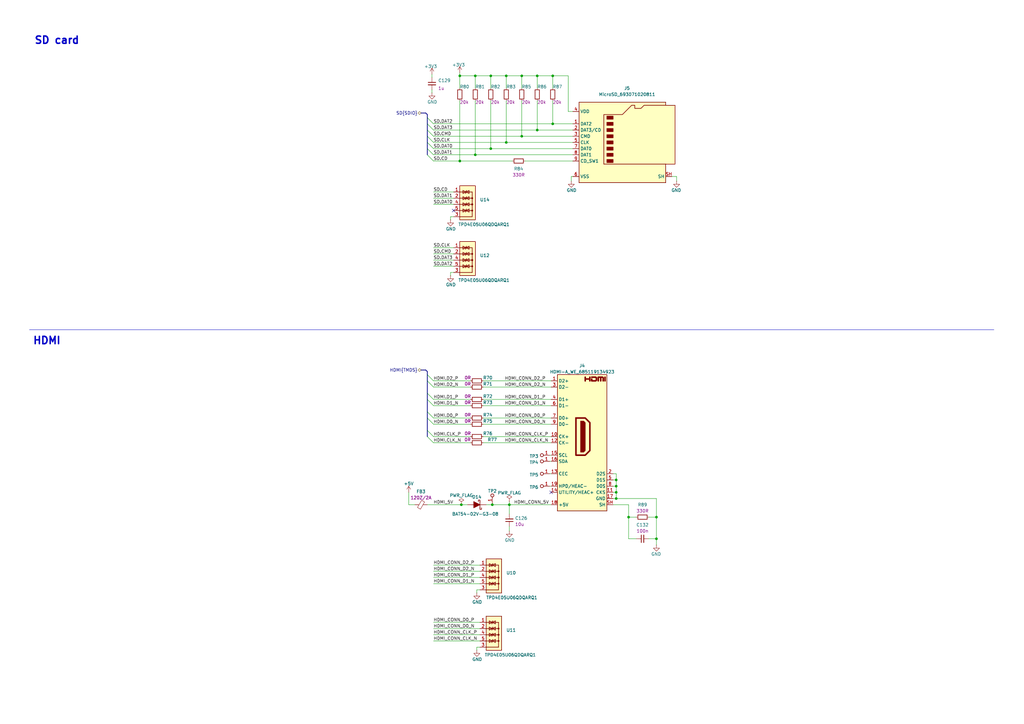
<source format=kicad_sch>
(kicad_sch (version 20230121) (generator eeschema)
  (paper "A3")
  (title_block (title "SO-DIMM DDR5 Tester") (date "2024-04-23") (rev "1.2.0") (comment 1 "www.antmicro.com") (comment 2 "Antmicro Ltd"))
  (lib_symbols
    (symbol "antmicroCapacitors0402:C_100n_0402" (pin_numbers hide) (pin_names hide)
      (property "Reference" "C" (at 20.32 -5.08 0))
      (property "Val" "100n" (at 20.32 -7.62 0))
      (symbol "C_100n_0402_0_1"
        (polyline (pts (xy 2.032 -1.524) (xy 2.032 1.524)) (stroke (width 0.3048)))
        (polyline (pts (xy 3.048 -1.524) (xy 3.048 1.524)) (stroke (width 0.3302)))
      )
      (symbol "C_100n_0402_1_1"
        (pin passive line (at 0 0 0) (length 2.032) (name "~") (number "1"))
        (pin passive line (at 5.08 0 180) (length 2.032) (name "~") (number "2"))
      )
    )
    (symbol "antmicroCapacitors0402:C_10u_6.3V_0402" (pin_numbers hide) (pin_names hide)
      (property "Reference" "C" (at 20.32 -5.08 0))
      (property "Val" "10u" (at 20.32 -7.62 0))
      (symbol "C_10u_6.3V_0402_0_1"
        (polyline (pts (xy 2.032 -1.524) (xy 2.032 1.524)) (stroke (width 0.3048)))
        (polyline (pts (xy 3.048 -1.524) (xy 3.048 1.524)) (stroke (width 0.3302)))
      )
      (symbol "C_10u_6.3V_0402_1_1"
        (pin passive line (at 0 0 0) (length 2.032) (name "~") (number "1"))
        (pin passive line (at 5.08 0 180) (length 2.032) (name "~") (number "2"))
      )
    )
    (symbol "antmicroCapacitors0402:C_1u_0402" (pin_numbers hide) (pin_names hide)
      (property "Reference" "C" (at 20.32 -5.08 0))
      (property "Val" "1u" (at 20.32 -7.62 0))
      (symbol "C_1u_0402_0_1"
        (polyline (pts (xy 2.032 -1.524) (xy 2.032 1.524)) (stroke (width 0.3048)))
        (polyline (pts (xy 3.048 -1.524) (xy 3.048 1.524)) (stroke (width 0.3302)))
      )
      (symbol "C_1u_0402_1_1"
        (pin passive line (at 0 0 0) (length 2.032) (name "~") (number "1"))
        (pin passive line (at 5.08 0 180) (length 2.032) (name "~") (number "2"))
      )
    )
    (symbol "antmicroDiodesRectifiersSingle:BAT54-02V-G3-08" (pin_numbers hide) (pin_names hide)
      (property "Reference" "D" (at 21.59 -5.08 0))
      (property "Value" "BAT54-02V-G3-08" (at 21.59 -7.62 0))
      (symbol "BAT54-02V-G3-08_1_1"
        (polyline (pts (xy 5.08 1.27) (xy 5.08 -1.27)) (stroke (width 0.254)))
        (polyline (pts (xy 2.54 1.27) (xy 2.54 -1.27) (xy 5.08 0) (xy 2.54 1.27)) (stroke (width 0.254)) (fill (type outline)))
        (polyline (pts (xy 5.08 -1.27) (xy 5.08 -1.905) (xy 5.715 -1.905) (xy 5.715 -1.27)) (stroke (width 0.254)))
        (polyline (pts (xy 5.08 1.27) (xy 5.08 1.905) (xy 4.445 1.905) (xy 4.445 1.27)) (stroke (width 0.254)))
        (pin passive line (at 7.62 0 180) (length 2.54) (name "1") (number "1"))
        (pin passive line (at 0 0 0) (length 2.54) (name "2") (number "2"))
      )
    )
    (symbol "antmicroFerriteBeadsandChips:FB_120Z_2A_Murata-BLM18PG_0603" (pin_numbers hide) (pin_names hide)
      (property "Reference" "FB" (at 15.24 0 0))
      (property "Val" "120Z/2A" (at 15.24 -5.08 0))
      (symbol "FB_120Z_2A_Murata-BLM18PG_0603_0_1"
        (polyline (pts (xy 1.651 0) (xy 1.2446 0)))
        (polyline (pts (xy 3.81 0) (xy 3.3274 0)))
        (polyline (pts (xy 2.2606 -1.8288) (xy 1.0414 -1.1176) (xy 2.7432 1.8288) (xy 3.9624 1.1176) (xy 2.2606 -1.8288)))
      )
      (symbol "FB_120Z_2A_Murata-BLM18PG_0603_1_1"
        (pin passive line (at 0 0 0) (length 1.27) (name "~") (number "1"))
        (pin passive line (at 5.08 0 180) (length 1.27) (name "~") (number "2"))
      )
    )
    (symbol "antmicroMemoryConnectorsPCCardSockets:MicroSD_693071020811"
      (property "Reference" "J" (at 55.88 -2.54 0))
      (property "Value" "MicroSD_693071020811" (at 55.88 -5.08 0))
      (symbol "MicroSD_693071020811_1_1"
        (polyline (pts (xy 38.1 2.54) (xy 38.1 3.81) (xy 2.54 3.81) (xy 2.54 -29.21) (xy 38.1 -29.21) (xy 38.1 -21.59)) (stroke (width 0.254)) (fill (type background)))
        (polyline (pts (xy 12.7 -21.59) (xy 12.7 -1.27) (xy 20.32 -1.27) (xy 24.13 2.54) (xy 25.4 2.54) (xy 25.4 1.27) (xy 27.94 1.27) (xy 29.21 2.54) (xy 41.91 2.54) (xy 41.91 -21.59) (xy 12.7 -21.59)) (stroke (width 0.254)) (fill (type background)))
        (rectangle (start 13.97 -19.685) (end 16.51 -20.955) (stroke (width 0.254)) (fill (type outline)))
        (rectangle (start 13.97 -17.145) (end 16.51 -18.415) (stroke (width 0.254)) (fill (type outline)))
        (rectangle (start 13.97 -14.605) (end 16.51 -15.875) (stroke (width 0.254)) (fill (type outline)))
        (rectangle (start 13.97 -12.065) (end 16.51 -13.335) (stroke (width 0.254)) (fill (type outline)))
        (rectangle (start 13.97 -9.525) (end 16.51 -10.795) (stroke (width 0.254)) (fill (type outline)))
        (rectangle (start 13.97 -6.985) (end 16.51 -8.255) (stroke (width 0.254)) (fill (type outline)))
        (rectangle (start 13.97 -4.445) (end 16.51 -5.715) (stroke (width 0.254)) (fill (type outline)))
        (rectangle (start 13.97 -1.905) (end 16.51 -3.175) (stroke (width 0.254)) (fill (type outline)))
        (pin bidirectional line (at 0 -5.08 0) (length 2.54) (name "DAT2") (number "1"))
        (pin bidirectional line (at 0 -7.62 0) (length 2.54) (name "DAT3/CD") (number "2"))
        (pin input line (at 0 -10.16 0) (length 2.54) (name "CMD") (number "3"))
        (pin power_in line (at 0 0 0) (length 2.54) (name "VDD") (number "4"))
        (pin input line (at 0 -12.7 0) (length 2.54) (name "CLK") (number "5"))
        (pin passive line (at 0 -26.67 0) (length 2.54) (name "VSS") (number "6"))
        (pin input line (at 0 -15.24 0) (length 2.54) (name "DAT0") (number "7"))
        (pin input line (at 0 -17.78 0) (length 2.54) (name "DAT1") (number "8"))
        (pin passive line (at 0 -20.32 0) (length 2.54) (name "CD_SW1") (number "9"))
        (pin passive line (at 40.64 -26.67 180) (length 2.54) (name "SH") (number "SH"))
      )
    )
    (symbol "antmicroResistors0402:R_0R_0402" (pin_numbers hide) (pin_names hide)
      (property "Reference" "R" (at 20.32 -5.08 0))
      (property "Val" "0R" (at 20.32 -7.62 0))
      (symbol "R_0R_0402_0_1"
        (rectangle (start 0.635 0.889) (end 4.445 -0.889) (stroke (width 0.254)))
      )
      (symbol "R_0R_0402_1_1"
        (pin passive line (at 0 0 0) (length 0.635) (name "~") (number "1"))
        (pin passive line (at 5.08 0 180) (length 0.635) (name "~") (number "2"))
      )
    )
    (symbol "antmicroResistors0402:R_20k_0402" (pin_numbers hide) (pin_names hide)
      (property "Reference" "R" (at 20.32 -5.08 0))
      (property "Val" "20k" (at 20.32 -7.62 0))
      (symbol "R_20k_0402_0_1"
        (rectangle (start 0.635 0.889) (end 4.445 -0.889) (stroke (width 0.254)))
      )
      (symbol "R_20k_0402_1_1"
        (pin passive line (at 0 0 0) (length 0.635) (name "~") (number "1"))
        (pin passive line (at 5.08 0 180) (length 0.635) (name "~") (number "2"))
      )
    )
    (symbol "antmicroResistors0402:R_330R_0402" (pin_numbers hide) (pin_names hide)
      (property "Reference" "R" (at 20.32 -5.08 0))
      (property "Val" "330R" (at 20.32 -7.62 0))
      (symbol "R_330R_0402_0_1"
        (rectangle (start 0.635 0.889) (end 4.445 -0.889) (stroke (width 0.254)))
      )
      (symbol "R_330R_0402_1_1"
        (pin passive line (at 0 0 0) (length 0.635) (name "~") (number "1"))
        (pin passive line (at 5.08 0 180) (length 0.635) (name "~") (number "2"))
      )
    )
    (symbol "antmicroTVSDiodes:TPD4E05U06QDQARQ1"
      (property "Reference" "U" (at 24.13 0 0))
      (property "Value" "TPD4E05U06QDQARQ1" (at 24.13 -2.54 0))
      (symbol "TPD4E05U06QDQARQ1_1_1"
        (polyline (pts (xy 2.54 -7.62) (xy 7.62 -7.62)) (stroke (width 0.254)) (fill (type background)))
        (polyline (pts (xy 2.54 -5.08) (xy 7.62 -5.08)) (stroke (width 0.254)) (fill (type background)))
        (polyline (pts (xy 2.54 -2.54) (xy 7.62 -2.54)) (stroke (width 0.254)) (fill (type background)))
        (polyline (pts (xy 2.54 0) (xy 7.62 0)) (stroke (width 0.254)) (fill (type background)))
        (polyline (pts (xy 7.62 -10.16) (xy 2.54 -10.16)) (stroke (width 0.254)) (fill (type background)))
        (polyline (pts (xy 7.62 0) (xy 7.62 -10.16)) (stroke (width 0.254)) (fill (type background)))
        (polyline (pts (xy 4.826 -8.255) (xy 5.08 -8.001) (xy 5.08 -7.239) (xy 5.334 -6.985)) (stroke (width 0.254)) (fill (type background)))
        (polyline (pts (xy 4.826 -5.715) (xy 5.08 -5.461) (xy 5.08 -4.699) (xy 5.334 -4.445)) (stroke (width 0.254)) (fill (type background)))
        (polyline (pts (xy 4.826 -3.175) (xy 5.08 -2.921) (xy 5.08 -2.159) (xy 5.334 -1.905)) (stroke (width 0.254)) (fill (type background)))
        (polyline (pts (xy 4.826 -0.635) (xy 5.08 -0.381) (xy 5.08 0.381) (xy 5.334 0.635)) (stroke (width 0.254)) (fill (type background)))
        (polyline (pts (xy 5.08 -7.62) (xy 3.81 -8.255) (xy 3.81 -6.985) (xy 5.08 -7.62)) (stroke (width 0.254)) (fill (type background)))
        (polyline (pts (xy 5.08 -5.08) (xy 3.81 -5.715) (xy 3.81 -4.445) (xy 5.08 -5.08)) (stroke (width 0.254)) (fill (type background)))
        (polyline (pts (xy 5.08 -5.08) (xy 6.35 -4.445) (xy 6.35 -5.715) (xy 5.08 -5.08)) (stroke (width 0.254)) (fill (type background)))
        (polyline (pts (xy 5.08 -2.54) (xy 3.81 -3.175) (xy 3.81 -1.905) (xy 5.08 -2.54)) (stroke (width 0.254)) (fill (type background)))
        (polyline (pts (xy 5.08 -2.54) (xy 6.35 -3.175) (xy 6.35 -1.905) (xy 5.08 -2.54)) (stroke (width 0.254)) (fill (type background)))
        (polyline (pts (xy 5.08 0) (xy 3.81 -0.635) (xy 3.81 0.635) (xy 5.08 0)) (stroke (width 0.254)) (fill (type background)))
        (polyline (pts (xy 5.08 0) (xy 6.35 -0.635) (xy 6.35 0.635) (xy 5.08 0)) (stroke (width 0.254)) (fill (type background)))
        (polyline (pts (xy 6.35 -6.985) (xy 6.35 -8.255) (xy 5.08 -7.62) (xy 6.35 -6.985)) (stroke (width 0.254)) (fill (type background)))
        (rectangle (start 2.54 2.54) (end 8.89 -11.43) (stroke (width 0.254)) (fill (type background)))
        (circle (center 7.62 -7.62) (radius 0.254) (stroke (width 0.254)) (fill (type background)))
        (circle (center 7.62 -5.08) (radius 0.254) (stroke (width 0.254)) (fill (type background)))
        (circle (center 7.62 -5.08) (radius 0.254) (stroke (width 0.254)) (fill (type background)))
        (circle (center 7.62 -2.54) (radius 0.254) (stroke (width 0.254)) (fill (type background)))
        (pin passive line (at 0 0 0) (length 2.54) (name "~") (number "1"))
        (pin passive line (at 0 0 0) (length 2.54) hide (name "~") (number "10"))
        (pin passive line (at 0 -2.54 0) (length 2.54) (name "~") (number "2"))
        (pin power_in line (at 0 -10.16 0) (length 2.54) (name "~") (number "3"))
        (pin passive line (at 0 -5.08 0) (length 2.54) (name "~") (number "4"))
        (pin passive line (at 0 -7.62 0) (length 2.54) (name "~") (number "5"))
        (pin passive line (at 0 -7.62 0) (length 2.54) hide (name "~") (number "6"))
        (pin passive line (at 0 -5.08 0) (length 2.54) hide (name "~") (number "7"))
        (pin passive line (at 0 -10.16 0) (length 2.54) hide (name "~") (number "8"))
        (pin passive line (at 0 -2.54 0) (length 2.54) hide (name "~") (number "9"))
      )
    )
    (symbol "antmicroTestPoints:TP_1mm_SMD" (pin_names hide) (in_bom no)
      (property "Reference" "TP" (at 15.24 -5.08 0))
      (symbol "TP_1mm_SMD_1_1"
        (circle (center 3.175 0) (radius 0.635) (stroke (width 0.254)))
        (pin passive line (at 0 0 0) (length 2.54) (name "1") (number "1"))
      )
    )
    (symbol "antmicroVideoConnectors:HDMI-A_WE_685119134923"
      (property "Reference" "J" (at 35.56 -2.54 0))
      (property "Value" "HDMI-A_WE_685119134923" (at 35.56 -5.08 0))
      (symbol "HDMI-A_WE_685119134923_0_0"
        (polyline (pts (xy 22.098 0) (xy 22.098 1.524)) (stroke (width 0.635)))
        (polyline (pts (xy 13.97 0) (xy 13.97 1.524) (xy 13.97 0.762) (xy 15.875 0.762) (xy 15.875 1.524) (xy 15.875 0)) (stroke (width 0.635)))
        (polyline (pts (xy 16.637 1.524) (xy 18.288 1.524) (xy 18.542 1.27) (xy 18.542 0.254) (xy 18.288 0) (xy 16.637 0) (xy 16.637 0.762)) (stroke (width 0.635)))
      )
      (symbol "HDMI-A_WE_685119134923_0_1"
        (polyline (pts (xy 10.16 -15.24) (xy 13.97 -15.24) (xy 15.875 -17.145) (xy 15.875 -28.575) (xy 13.97 -30.48) (xy 10.16 -30.48) (xy 10.16 -15.24)) (stroke (width 0.635)))
        (polyline (pts (xy 12.065 -16.51) (xy 13.335 -16.51) (xy 13.97 -17.145) (xy 13.97 -28.575) (xy 13.335 -29.21) (xy 12.065 -29.21) (xy 12.065 -16.51)) (stroke (width 0.254)) (fill (type outline)))
        (polyline (pts (xy 19.304 0) (xy 19.304 1.524) (xy 20.32 1.524) (xy 20.32 0) (xy 20.32 1.524) (xy 21.082 1.524) (xy 21.336 1.27) (xy 21.336 0)) (stroke (width 0.635)))
      )
      (symbol "HDMI-A_WE_685119134923_1_1"
        (rectangle (start 2.54 2.54) (end 22.86 -53.34) (stroke (width 0.254)) (fill (type background)))
        (pin bidirectional line (at 0 0 0) (length 2.54) (name "D2+") (number "1"))
        (pin bidirectional line (at 0 -22.86 0) (length 2.54) (name "CK+") (number "10"))
        (pin passive line (at 25.4 -45.72 180) (length 2.54) (name "CKS") (number "11"))
        (pin bidirectional line (at 0 -25.4 0) (length 2.54) (name "CK-") (number "12"))
        (pin bidirectional line (at 0 -38.1 0) (length 2.54) (name "CEC") (number "13"))
        (pin bidirectional line (at 0 -45.72 0) (length 2.54) (name "UTILITY/HEAC+") (number "14"))
        (pin bidirectional line (at 0 -30.48 0) (length 2.54) (name "SCL") (number "15"))
        (pin bidirectional line (at 0 -33.02 0) (length 2.54) (name "SDA") (number "16"))
        (pin power_in line (at 25.4 -48.26 180) (length 2.54) (name "GND") (number "17"))
        (pin power_in line (at 0 -50.8 0) (length 2.54) (name "+5V") (number "18"))
        (pin bidirectional line (at 0 -43.18 0) (length 2.54) (name "HPD/HEAC-") (number "19"))
        (pin passive line (at 25.4 -38.1 180) (length 2.54) (name "D2S") (number "2"))
        (pin bidirectional line (at 0 -2.54 0) (length 2.54) (name "D2-") (number "3"))
        (pin bidirectional line (at 0 -7.62 0) (length 2.54) (name "D1+") (number "4"))
        (pin passive line (at 25.4 -40.64 180) (length 2.54) (name "D1S") (number "5"))
        (pin bidirectional line (at 0 -10.16 0) (length 2.54) (name "D1-") (number "6"))
        (pin bidirectional line (at 0 -15.24 0) (length 2.54) (name "D0+") (number "7"))
        (pin passive line (at 25.4 -43.18 180) (length 2.54) (name "D0S") (number "8"))
        (pin bidirectional line (at 0 -17.78 0) (length 2.54) (name "D0-") (number "9"))
        (pin passive line (at 25.4 -50.8 180) (length 2.54) (name "SH") (number "SH"))
      )
    )
    (symbol "antmicropower:+3V3" (power) (pin_numbers hide) (pin_names hide)
      (property "Value" "+3V3" (at -3.175 2.54 0))
      (symbol "+3V3_0_1"
        (polyline (pts (xy 0 0) (xy 0 2.54)))
        (polyline (pts (xy 0 2.54) (xy -0.762 1.27)))
        (polyline (pts (xy 0 2.54) (xy 0.762 1.27)))
      )
      (symbol "+3V3_1_1"
        (pin power_in line (at 0 0 90) (length 0) hide (name "+3V3") (number "1"))
      )
    )
    (symbol "antmicropower:+5V" (power) (pin_numbers hide) (pin_names hide)
      (property "Value" "+5V" (at 15.24 -5.08 0))
      (symbol "+5V_1_1"
        (polyline (pts (xy -0.762 1.27) (xy 0 2.54)) (fill (type background)))
        (polyline (pts (xy 0 0) (xy 0 2.54)) (fill (type background)))
        (polyline (pts (xy 0 2.54) (xy 0.762 1.27)) (fill (type background)))
        (pin power_in line (at 0 0 90) (length 0) (name "+5V") (number "1"))
      )
    )
    (symbol "antmicropower:GND" (power) (pin_numbers hide) (pin_names hide)
      (property "Value" "GND" (at -1.905 -4.445 0))
      (symbol "GND_1_1"
        (polyline (pts (xy 0 0) (xy 0 -1.27) (xy 1.27 -1.27) (xy 0 -2.54) (xy -1.27 -1.27) (xy 0 -1.27)))
        (pin power_in line (at 0 0 270) (length 0) (name "GND") (number "1"))
      )
    )
    (symbol "antmicropower:PWR_FLAG" (power) (pin_numbers hide) (pin_names (offset 0) hide)
      (property "Value" "PWR_FLAG" (at 0 3.81 0))
      (symbol "PWR_FLAG_0_0"
        (pin power_out line (at 0 0 90) (length 0) (name "pwr") (number "1"))
      )
      (symbol "PWR_FLAG_0_1"
        (polyline (pts (xy 0 0) (xy 0 1.27) (xy -1.016 1.905) (xy 0 2.54) (xy 1.016 1.905) (xy 0 1.27)))
      )
    )
  )
  (junction (at 252.73 196.85))
  (junction (at 188.595 31.115))
  (junction (at 207.645 31.115))
  (junction (at 189.23 207.01))
  (junction (at 226.695 31.115))
  (junction (at 201.295 60.96))
  (junction (at 269.24 212.09))
  (junction (at 201.93 207.01))
  (junction (at 252.73 199.39))
  (junction (at 194.945 31.115))
  (junction (at 220.345 31.115))
  (junction (at 220.345 53.34))
  (junction (at 188.595 66.04))
  (junction (at 252.73 204.47))
  (junction (at 226.695 50.8))
  (junction (at 207.645 58.42))
  (junction (at 194.945 63.5))
  (junction (at 208.915 207.01))
  (junction (at 213.995 55.88))
  (junction (at 252.73 201.93))
  (junction (at 201.295 31.115))
  (junction (at 213.995 31.115))
  (junction (at 257.81 212.09))
  (junction (at 269.24 220.98))
  (no_connect (at 226.06 201.93))
  (no_connect (at 186.055 86.36))
  (bus_entry (at 177.8 53.34) (size -2.54 -2.54))
  (bus_entry (at 177.8 66.04) (size -2.54 -2.54))
  (bus_entry (at 177.8 173.99) (size -2.54 -2.54))
  (bus_entry (at 177.8 179.07) (size -2.54 -2.54))
  (bus_entry (at 177.8 181.61) (size -2.54 -2.54))
  (bus_entry (at 177.8 50.8) (size -2.54 -2.54))
  (bus_entry (at 177.8 63.5) (size -2.54 -2.54))
  (bus_entry (at 177.8 158.75) (size -2.54 -2.54))
  (bus_entry (at 177.8 171.45) (size -2.54 -2.54))
  (bus_entry (at 177.8 156.21) (size -2.54 -2.54))
  (bus_entry (at 177.8 166.37) (size -2.54 -2.54))
  (bus_entry (at 177.8 163.83) (size -2.54 -2.54))
  (bus_entry (at 177.8 58.42) (size -2.54 -2.54))
  (bus_entry (at 177.8 55.88) (size -2.54 -2.54))
  (bus_entry (at 177.8 60.96) (size -2.54 -2.54))
  (wire (pts (xy 208.915 207.01) (xy 208.915 210.82)))
  (wire (pts (xy 193.04 158.75) (xy 177.8 158.75)))
  (wire (pts (xy 195.58 241.935) (xy 195.58 243.205)))
  (wire (pts (xy 188.595 29.845) (xy 188.595 31.115)))
  (wire (pts (xy 233.045 45.72) (xy 234.95 45.72)))
  (bus (pts (xy 175.26 171.45) (xy 175.26 176.53)))
  (wire (pts (xy 198.12 156.21) (xy 226.06 156.21)))
  (wire (pts (xy 226.695 50.8) (xy 234.95 50.8)))
  (wire (pts (xy 251.46 199.39) (xy 252.73 199.39)))
  (wire (pts (xy 251.46 201.93) (xy 252.73 201.93)))
  (wire (pts (xy 193.04 171.45) (xy 177.8 171.45)))
  (wire (pts (xy 201.295 36.195) (xy 201.295 31.115)))
  (wire (pts (xy 188.595 66.04) (xy 210.185 66.04)))
  (wire (pts (xy 188.595 41.275) (xy 188.595 66.04)))
  (wire (pts (xy 207.645 41.275) (xy 207.645 58.42)))
  (bus (pts (xy 175.26 152.4) (xy 175.26 153.67)))
  (wire (pts (xy 177.8 55.88) (xy 213.995 55.88)))
  (wire (pts (xy 252.73 196.85) (xy 252.73 199.39)))
  (wire (pts (xy 193.04 181.61) (xy 177.8 181.61)))
  (wire (pts (xy 198.12 179.07) (xy 226.06 179.07)))
  (bus (pts (xy 175.26 48.26) (xy 175.26 50.8)))
  (bus (pts (xy 175.26 55.88) (xy 175.26 58.42)))
  (wire (pts (xy 177.165 36.83) (xy 177.165 38.1)))
  (wire (pts (xy 177.8 106.68) (xy 186.055 106.68)))
  (wire (pts (xy 213.995 55.88) (xy 234.95 55.88)))
  (bus (pts (xy 175.26 168.91) (xy 175.26 171.45)))
  (bus (pts (xy 175.26 58.42) (xy 175.26 60.96)))
  (wire (pts (xy 201.295 41.275) (xy 201.295 60.96)))
  (wire (pts (xy 207.645 58.42) (xy 234.95 58.42)))
  (wire (pts (xy 198.12 181.61) (xy 226.06 181.61)))
  (wire (pts (xy 186.055 111.76) (xy 184.785 111.76)))
  (wire (pts (xy 234.95 66.04) (xy 215.265 66.04)))
  (wire (pts (xy 177.8 262.89) (xy 196.85 262.89)))
  (wire (pts (xy 196.85 265.43) (xy 195.58 265.43)))
  (wire (pts (xy 177.8 60.96) (xy 201.295 60.96)))
  (wire (pts (xy 177.8 104.14) (xy 186.055 104.14)))
  (wire (pts (xy 251.46 194.31) (xy 252.73 194.31)))
  (wire (pts (xy 213.995 41.275) (xy 213.995 55.88)))
  (wire (pts (xy 201.93 206.375) (xy 201.93 207.01)))
  (wire (pts (xy 193.04 179.07) (xy 177.8 179.07)))
  (wire (pts (xy 177.8 81.28) (xy 186.055 81.28)))
  (wire (pts (xy 220.345 36.195) (xy 220.345 31.115)))
  (bus (pts (xy 175.26 163.83) (xy 175.26 168.91)))
  (wire (pts (xy 177.8 236.855) (xy 196.85 236.855)))
  (wire (pts (xy 177.8 255.27) (xy 196.85 255.27)))
  (wire (pts (xy 213.995 36.195) (xy 213.995 31.115)))
  (wire (pts (xy 193.04 166.37) (xy 177.8 166.37)))
  (polyline (pts (xy 12.065 135.255) (xy 407.67 135.255)))
  (wire (pts (xy 198.12 173.99) (xy 226.06 173.99)))
  (wire (pts (xy 167.64 201.93) (xy 167.64 207.01)))
  (wire (pts (xy 234.315 72.39) (xy 234.95 72.39)))
  (bus (pts (xy 172.72 46.355) (xy 174.625 46.355)))
  (wire (pts (xy 195.58 265.43) (xy 195.58 266.7)))
  (wire (pts (xy 251.46 196.85) (xy 252.73 196.85)))
  (wire (pts (xy 257.81 212.09) (xy 260.985 212.09)))
  (wire (pts (xy 199.39 207.01) (xy 201.93 207.01)))
  (bus (pts (xy 175.26 156.21) (xy 175.26 161.29)))
  (wire (pts (xy 177.8 260.35) (xy 196.85 260.35)))
  (wire (pts (xy 269.24 204.47) (xy 269.24 212.09)))
  (wire (pts (xy 188.595 31.115) (xy 194.945 31.115)))
  (wire (pts (xy 226.695 41.275) (xy 226.695 50.8)))
  (wire (pts (xy 251.46 204.47) (xy 252.73 204.47)))
  (wire (pts (xy 201.295 60.96) (xy 234.95 60.96)))
  (wire (pts (xy 198.12 171.45) (xy 226.06 171.45)))
  (wire (pts (xy 198.12 158.75) (xy 226.06 158.75)))
  (wire (pts (xy 177.8 78.74) (xy 186.055 78.74)))
  (wire (pts (xy 177.165 31.75) (xy 177.165 30.48)))
  (wire (pts (xy 260.985 220.98) (xy 257.81 220.98)))
  (wire (pts (xy 188.595 31.115) (xy 188.595 36.195)))
  (wire (pts (xy 207.645 36.195) (xy 207.645 31.115)))
  (wire (pts (xy 177.8 231.775) (xy 196.85 231.775)))
  (bus (pts (xy 175.26 176.53) (xy 175.26 179.07)))
  (wire (pts (xy 175.26 207.01) (xy 189.23 207.01)))
  (wire (pts (xy 269.24 220.98) (xy 266.065 220.98)))
  (wire (pts (xy 177.8 257.81) (xy 196.85 257.81)))
  (wire (pts (xy 269.24 220.98) (xy 269.24 223.52)))
  (wire (pts (xy 257.81 207.01) (xy 257.81 212.09)))
  (wire (pts (xy 277.495 72.39) (xy 275.59 72.39)))
  (wire (pts (xy 201.93 207.01) (xy 208.915 207.01)))
  (wire (pts (xy 177.8 50.8) (xy 226.695 50.8)))
  (wire (pts (xy 194.945 36.195) (xy 194.945 31.115)))
  (wire (pts (xy 177.8 83.82) (xy 186.055 83.82)))
  (wire (pts (xy 269.24 204.47) (xy 252.73 204.47)))
  (wire (pts (xy 167.64 207.01) (xy 170.18 207.01)))
  (wire (pts (xy 257.81 220.98) (xy 257.81 212.09)))
  (wire (pts (xy 193.04 163.83) (xy 177.8 163.83)))
  (wire (pts (xy 225.425 186.69) (xy 226.06 186.69)))
  (wire (pts (xy 269.24 212.09) (xy 266.065 212.09)))
  (wire (pts (xy 277.495 74.295) (xy 277.495 72.39)))
  (wire (pts (xy 207.645 31.115) (xy 213.995 31.115)))
  (bus (pts (xy 174.625 151.765) (xy 175.26 152.4)))
  (wire (pts (xy 177.8 66.04) (xy 188.595 66.04)))
  (wire (pts (xy 193.04 156.21) (xy 177.8 156.21)))
  (wire (pts (xy 225.425 194.31) (xy 226.06 194.31)))
  (wire (pts (xy 186.055 88.9) (xy 184.785 88.9)))
  (wire (pts (xy 252.73 199.39) (xy 252.73 201.93)))
  (wire (pts (xy 193.04 173.99) (xy 177.8 173.99)))
  (wire (pts (xy 213.995 31.115) (xy 220.345 31.115)))
  (wire (pts (xy 177.8 239.395) (xy 196.85 239.395)))
  (wire (pts (xy 201.295 31.115) (xy 207.645 31.115)))
  (wire (pts (xy 220.345 31.115) (xy 226.695 31.115)))
  (wire (pts (xy 194.945 41.275) (xy 194.945 63.5)))
  (bus (pts (xy 175.26 60.96) (xy 175.26 63.5)))
  (wire (pts (xy 225.425 199.39) (xy 226.06 199.39)))
  (bus (pts (xy 175.26 53.34) (xy 175.26 55.88)))
  (wire (pts (xy 177.8 63.5) (xy 194.945 63.5)))
  (wire (pts (xy 177.8 53.34) (xy 220.345 53.34)))
  (wire (pts (xy 198.12 163.83) (xy 226.06 163.83)))
  (wire (pts (xy 269.24 220.98) (xy 269.24 212.09)))
  (wire (pts (xy 252.73 194.31) (xy 252.73 196.85)))
  (wire (pts (xy 184.785 88.9) (xy 184.785 90.17)))
  (wire (pts (xy 177.8 234.315) (xy 196.85 234.315)))
  (wire (pts (xy 252.73 201.93) (xy 252.73 204.47)))
  (wire (pts (xy 226.695 31.115) (xy 233.045 31.115)))
  (wire (pts (xy 177.8 58.42) (xy 207.645 58.42)))
  (wire (pts (xy 194.945 31.115) (xy 201.295 31.115)))
  (wire (pts (xy 196.85 241.935) (xy 195.58 241.935)))
  (wire (pts (xy 177.8 101.6) (xy 186.055 101.6)))
  (wire (pts (xy 208.915 205.74) (xy 208.915 207.01)))
  (wire (pts (xy 233.045 31.115) (xy 233.045 45.72)))
  (wire (pts (xy 184.785 111.76) (xy 184.785 113.03)))
  (bus (pts (xy 172.72 151.765) (xy 174.625 151.765)))
  (wire (pts (xy 220.345 41.275) (xy 220.345 53.34)))
  (wire (pts (xy 189.23 207.01) (xy 191.77 207.01)))
  (wire (pts (xy 225.425 189.23) (xy 226.06 189.23)))
  (wire (pts (xy 177.8 109.22) (xy 186.055 109.22)))
  (wire (pts (xy 234.315 74.295) (xy 234.315 72.39)))
  (bus (pts (xy 175.26 161.29) (xy 175.26 163.83)))
  (bus (pts (xy 174.625 46.355) (xy 175.26 46.99)))
  (wire (pts (xy 220.345 53.34) (xy 234.95 53.34)))
  (bus (pts (xy 175.26 153.67) (xy 175.26 156.21)))
  (wire (pts (xy 198.12 166.37) (xy 226.06 166.37)))
  (bus (pts (xy 175.26 50.8) (xy 175.26 53.34)))
  (wire (pts (xy 208.915 215.9) (xy 208.915 217.805)))
  (wire (pts (xy 194.945 63.5) (xy 234.95 63.5)))
  (wire (pts (xy 208.915 207.01) (xy 226.06 207.01)))
  (bus (pts (xy 175.26 46.99) (xy 175.26 48.26)))
  (wire (pts (xy 226.695 36.195) (xy 226.695 31.115)))
  (wire (pts (xy 251.46 207.01) (xy 257.81 207.01)))
  (text "HDMI" (at 13.335 141.605 0) (effects (font (size 2.9972 2.9972) (thickness 0.5994) bold) (justify left bottom)))
  (text "SD card" (at 13.97 18.415 0) (effects (font (size 2.9972 2.9972) (thickness 0.5994) bold) (justify left bottom)))
  (label "HDMI_CONN_D1_P" (at 207.01 163.83 0))
  (label "SD.DAT2" (at 177.8 109.22 0))
  (label "HDMI_CONN_D2_P" (at 207.01 156.21 0))
  (label "HDMI_CONN_D2_N" (at 177.8 234.315 0))
  (label "SD.DAT3" (at 177.8 53.34 0))
  (label "SD.CMD" (at 177.8 55.88 0))
  (label "SD.DAT2" (at 177.8 50.8 0))
  (label "SD.CD" (at 177.8 66.04 0))
  (label "HDMI_CONN_D0_N" (at 207.01 173.99 0))
  (label "SD.DAT0" (at 177.8 83.82 0))
  (label "HDMI_CONN_D1_N" (at 177.8 239.395 0))
  (label "SD.CD" (at 177.8 78.74 0))
  (label "SD.DAT1" (at 177.8 63.5 0))
  (label "SD.DAT0" (at 177.8 60.96 0))
  (label "HDMI.D2_N" (at 177.8 158.75 0))
  (label "HDMI_CONN_D0_P" (at 207.01 171.45 0))
  (label "SD.DAT1" (at 177.8 81.28 0))
  (label "HDMI.D0_P" (at 177.8 171.45 0))
  (label "HDMI_CONN_D0_P" (at 177.8 255.27 0))
  (label "HDMI.D2_P" (at 177.8 156.21 0))
  (label "HDMI.CLK_N" (at 177.8 181.61 0))
  (label "HDMI_CONN_CLK_N" (at 207.01 181.61 0))
  (label "HDMI_5V" (at 177.8 207.01 0))
  (label "HDMI.D1_N" (at 177.8 166.37 0))
  (label "HDMI_CONN_D2_N" (at 207.01 158.75 0))
  (label "HDMI.CLK_P" (at 177.8 179.07 0))
  (label "SD.CLK" (at 177.8 101.6 0))
  (label "HDMI_CONN_D0_N" (at 177.8 257.81 0))
  (label "HDMI_CONN_D1_P" (at 177.8 236.855 0))
  (label "SD.CLK" (at 177.8 58.42 0))
  (label "HDMI_CONN_CLK_P" (at 207.01 179.07 0))
  (label "HDMI_CONN_CLK_N" (at 177.8 262.89 0))
  (label "HDMI_CONN_D1_N" (at 207.01 166.37 0))
  (label "HDMI_CONN_CLK_P" (at 177.8 260.35 0))
  (label "SD.DAT3" (at 177.8 106.68 0))
  (label "HDMI.D0_N" (at 177.8 173.99 0))
  (label "HDMI.D1_P" (at 177.8 163.83 0))
  (label "HDMI_CONN_5V" (at 210.82 207.01 0))
  (label "SD.CMD" (at 177.8 104.14 0))
  (label "HDMI_CONN_D2_P" (at 177.8 231.775 0))
  (hierarchical_label "HDMI{TMDS}" (shape bidirectional) (at 172.72 151.765 180))
  (hierarchical_label "SD{SDIO}" (shape bidirectional) (at 172.72 46.355 180))
  (symbol (lib_id "antmicroResistors0402:R_0R_0402") (at 193.04 179.07 0) (unit 1)
    (property "Reference" "R76" (at 198.12 177.8 0) (effects (justify left)))
    (property "Value" "R_0R_0402" (effects hide))
    (property "Footprint" "antmicro-footprints:R_0402_1005Metric" (effects hide))
    (property "Datasheet" "https://industrial.panasonic.com/cdbs/www-data/pdf/RDA0000/AOA0000C301.pdf" (effects hide))
    (property "Manufacturer" "Panasonic" (effects hide))
    (property "MPN" "ERJ2GE0R00X" (effects hide))
    (property "Val" "0R" (at 190.5 177.8 0) (effects (justify left)))
    (property "License" "Apache-2.0" (effects hide))
    (property "Author" "Antmicro" (effects hide))
    (property "Current" "1A" (effects hide))
  )
  (symbol (lib_id "antmicroResistors0402:R_20k_0402") (at 220.345 36.195 270) (unit 1)
    (property "Reference" "R86" (at 220.345 35.56 90) (effects (justify left)))
    (property "Value" "R_20k_0402" (effects hide))
    (property "Footprint" "antmicro-footprints:R_0402_1005Metric" (effects hide))
    (property "Datasheet" "https://www.bourns.com/docs/product-datasheets/cr.pdf" (effects hide))
    (property "Manufacturer" "Bourns" (effects hide))
    (property "MPN" "CR0402-FX-2002GLF" (effects hide))
    (property "Val" "20k" (at 220.345 41.91 90) (effects (justify left)))
    (property "License" "Apache-2.0" (effects hide))
    (property "Author" "Antmicro" (effects hide))
    (property "Tolerance" "1%" (effects hide))
  )
  (symbol (lib_id "antmicropower:GND") (at 234.315 74.295 0) (unit 1)
    (property "Reference" "#PWR0224" (effects hide))
    (property "Value" "GND" (at 232.41 78.74 0) (effects (justify left bottom)))
    (property "Author" "Antmicro" (effects hide))
    (property "License" "Apache-2.0" (effects hide))
  )
  (symbol (lib_id "antmicroResistors0402:R_0R_0402") (at 193.04 171.45 0) (unit 1)
    (property "Reference" "R74" (at 198.12 170.18 0) (effects (justify left)))
    (property "Value" "R_0R_0402" (effects hide))
    (property "Footprint" "antmicro-footprints:R_0402_1005Metric" (effects hide))
    (property "Datasheet" "https://industrial.panasonic.com/cdbs/www-data/pdf/RDA0000/AOA0000C301.pdf" (effects hide))
    (property "Manufacturer" "Panasonic" (effects hide))
    (property "MPN" "ERJ2GE0R00X" (effects hide))
    (property "Val" "0R" (at 190.5 170.18 0) (effects (justify left)))
    (property "License" "Apache-2.0" (effects hide))
    (property "Author" "Antmicro" (effects hide))
    (property "Current" "1A" (effects hide))
  )
  (symbol (lib_id "antmicroTVSDiodes:TPD4E05U06QDQARQ1") (at 196.85 255.27 0) (unit 1)
    (property "Reference" "U11" (at 207.645 258.4449 0) (effects (justify left)))
    (property "Value" "TPD4E05U06QDQARQ1" (at 198.755 268.605 0) (effects (justify left)))
    (property "Footprint" "antmicro-footprints:USON-10_2.5x1mm_P0.5mm" (effects hide))
    (property "Datasheet" "https://www.ti.com/lit/ds/symlink/tpd4e05u06-q1.pdf?HQS=dis-mous-null-mousermode-dsf-pf-null-wwe&ts=1663591265741&ref_url=https%253A%252F%252Fwww.mouser.com%252F" (effects hide))
    (property "Manufacturer" "Texas Instruments" (effects hide))
    (property "MPN" "TPD4E05U06QDQARQ1" (effects hide))
    (property "Author" "Antmicro" (effects hide))
    (property "License" "Apache-2.0" (effects hide))
  )
  (symbol (lib_id "antmicroVideoConnectors:HDMI-A_WE_685119134923") (at 226.06 156.21 0) (unit 1)
    (property "Reference" "J4" (at 238.76 149.985 0))
    (property "Value" "HDMI-A_WE_685119134923" (at 238.76 152.5087 0))
    (property "Footprint" "antmicro-footprints:HDMI-A_Receptacle_WE_685119134923" (effects hide))
    (property "Datasheet" "https://www.we-online.com/components/products/datasheet/685119134923.pdf" (effects hide))
    (property "MPN" "685119134923" (effects hide))
    (property "Manufacturer" "Würth Elektronik" (effects hide))
    (property "Author" "Antmicro" (effects hide))
    (property "License" "Apache-2.0" (effects hide))
  )
  (symbol (lib_id "antmicroResistors0402:R_0R_0402") (at 193.04 166.37 0) (unit 1)
    (property "Reference" "R73" (at 198.12 165.1 0) (effects (justify left)))
    (property "Value" "R_0R_0402" (effects hide))
    (property "Footprint" "antmicro-footprints:R_0402_1005Metric" (effects hide))
    (property "Datasheet" "https://industrial.panasonic.com/cdbs/www-data/pdf/RDA0000/AOA0000C301.pdf" (effects hide))
    (property "Manufacturer" "Panasonic" (effects hide))
    (property "MPN" "ERJ2GE0R00X" (effects hide))
    (property "Val" "0R" (at 190.5 165.1 0) (effects (justify left)))
    (property "License" "Apache-2.0" (effects hide))
    (property "Author" "Antmicro" (effects hide))
    (property "Current" "1A" (effects hide))
  )
  (symbol (lib_id "antmicropower:GND") (at 177.165 38.1 0) (unit 1)
    (property "Reference" "#PWR0217" (effects hide))
    (property "Value" "GND" (at 175.26 42.545 0) (effects (justify left bottom)))
    (property "Author" "Antmicro" (effects hide))
    (property "License" "Apache-2.0" (effects hide))
  )
  (symbol (lib_id "antmicroTestPoints:TP_1mm_SMD") (at 201.93 206.375 90) (unit 1)
    (property "Reference" "TP2" (at 201.93 201.4022 90))
    (property "Value" "TP_1mm_SMD" (effects hide))
    (property "Footprint" "antmicro-footprints:TP_SMD_1mm" (effects hide))
    (property "Author" "Antmicro" (effects hide))
    (property "License" "Apache-2.0" (effects hide))
  )
  (symbol (lib_id "antmicroResistors0402:R_20k_0402") (at 201.295 36.195 270) (unit 1)
    (property "Reference" "R82" (at 201.295 35.56 90) (effects (justify left)))
    (property "Value" "R_20k_0402" (effects hide))
    (property "Footprint" "antmicro-footprints:R_0402_1005Metric" (effects hide))
    (property "Datasheet" "https://www.bourns.com/docs/product-datasheets/cr.pdf" (effects hide))
    (property "Manufacturer" "Bourns" (effects hide))
    (property "MPN" "CR0402-FX-2002GLF" (effects hide))
    (property "Val" "20k" (at 201.295 41.91 90) (effects (justify left)))
    (property "License" "Apache-2.0" (effects hide))
    (property "Author" "Antmicro" (effects hide))
    (property "Tolerance" "1%" (effects hide))
  )
  (symbol (lib_id "antmicroResistors0402:R_0R_0402") (at 193.04 163.83 0) (unit 1)
    (property "Reference" "R72" (at 198.12 162.56 0) (effects (justify left)))
    (property "Value" "R_0R_0402" (effects hide))
    (property "Footprint" "antmicro-footprints:R_0402_1005Metric" (effects hide))
    (property "Datasheet" "https://industrial.panasonic.com/cdbs/www-data/pdf/RDA0000/AOA0000C301.pdf" (effects hide))
    (property "Manufacturer" "Panasonic" (effects hide))
    (property "MPN" "ERJ2GE0R00X" (effects hide))
    (property "Val" "0R" (at 190.5 162.56 0) (effects (justify left)))
    (property "License" "Apache-2.0" (effects hide))
    (property "Author" "Antmicro" (effects hide))
    (property "Current" "1A" (effects hide))
  )
  (symbol (lib_id "antmicroResistors0402:R_20k_0402") (at 188.595 36.195 270) (unit 1)
    (property "Reference" "R80" (at 188.595 35.56 90) (effects (justify left)))
    (property "Value" "R_20k_0402" (effects hide))
    (property "Footprint" "antmicro-footprints:R_0402_1005Metric" (effects hide))
    (property "Datasheet" "https://www.bourns.com/docs/product-datasheets/cr.pdf" (effects hide))
    (property "Manufacturer" "Bourns" (effects hide))
    (property "MPN" "CR0402-FX-2002GLF" (effects hide))
    (property "Val" "20k" (at 188.595 41.91 90) (effects (justify left)))
    (property "License" "Apache-2.0" (effects hide))
    (property "Author" "Antmicro" (effects hide))
    (property "Tolerance" "1%" (effects hide))
  )
  (symbol (lib_id "antmicropower:GND") (at 195.58 243.205 0) (unit 1)
    (property "Reference" "#PWR0219" (effects hide))
    (property "Value" "GND" (at 193.675 247.65 0) (effects (justify left bottom)))
    (property "Author" "Antmicro" (effects hide))
    (property "License" "Apache-2.0" (effects hide))
  )
  (symbol (lib_id "antmicroResistors0402:R_0R_0402") (at 193.04 181.61 0) (unit 1)
    (property "Reference" "R77" (at 201.93 180.34 0))
    (property "Value" "R_0R_0402" (effects hide))
    (property "Footprint" "antmicro-footprints:R_0402_1005Metric" (effects hide))
    (property "Datasheet" "https://industrial.panasonic.com/cdbs/www-data/pdf/RDA0000/AOA0000C301.pdf" (effects hide))
    (property "Manufacturer" "Panasonic" (effects hide))
    (property "MPN" "ERJ2GE0R00X" (effects hide))
    (property "Val" "0R" (at 191.77 180.34 0))
    (property "License" "Apache-2.0" (effects hide))
    (property "Author" "Antmicro" (effects hide))
    (property "Current" "1A" (effects hide))
  )
  (symbol (lib_id "antmicroCapacitors0402:C_1u_0402") (at 177.165 31.75 270) (unit 1)
    (property "Reference" "C129" (at 179.705 33.0263 90) (effects (justify left)))
    (property "Value" "C_1u_0402" (effects hide))
    (property "Footprint" "antmicro-footprints:C_0402_1005Metric" (effects hide))
    (property "Datasheet" "https://product.tdk.com/en/search/capacitor/ceramic/mlcc/info?part_no=C1005X6S1A105K050BC" (effects hide))
    (property "Manufacturer" "TDK" (effects hide))
    (property "MPN" "C1005X6S1A105K050BC" (effects hide))
    (property "Val" "1u" (at 179.705 36.2012 90) (effects (justify left)))
    (property "License" "Apache-2.0" (effects hide))
    (property "Author" "Antmicro" (effects hide))
  )
  (symbol (lib_id "antmicroCapacitors0402:C_10u_6.3V_0402") (at 208.915 215.9 90) (unit 1)
    (property "Reference" "C126" (at 211.2391 212.523 90) (effects (justify right)))
    (property "Value" "C_10u_6.3V_0402" (effects hide))
    (property "Footprint" "antmicro-footprints:C_0402_1005Metric" (effects hide))
    (property "Datasheet" "https://www.murata.com/products/productdetail?partno=GRM155R60J106ME15%23" (effects hide))
    (property "MPN" "GRM155R60J106ME15D" (effects hide))
    (property "Manufacturer" "Murata" (effects hide))
    (property "License" "Apache-2.0" (effects hide))
    (property "Author" "Antmicro" (effects hide))
    (property "Val" "10u" (at 211.2391 215.0467 90) (effects (justify right)))
    (property "Voltage" "6.3V" (effects hide))
    (property "Dielectric" "X5R" (effects hide))
  )
  (symbol (lib_id "antmicropower:GND") (at 208.915 217.805 0) (unit 1)
    (property "Reference" "#PWR0209" (effects hide))
    (property "Value" "GND" (at 207.01 222.25 0) (effects (justify left bottom)))
    (property "Author" "Antmicro" (effects hide))
    (property "License" "Apache-2.0" (effects hide))
  )
  (symbol (lib_id "antmicropower:GND") (at 269.24 223.52 0) (mirror y) (unit 1)
    (property "Reference" "#PWR0226" (effects hide))
    (property "Value" "GND" (at 271.145 227.965 0) (effects (justify left bottom)))
    (property "Author" "Antmicro" (effects hide))
    (property "License" "Apache-2.0" (effects hide))
  )
  (symbol (lib_id "antmicroResistors0402:R_20k_0402") (at 213.995 36.195 270) (unit 1)
    (property "Reference" "R85" (at 213.995 35.56 90) (effects (justify left)))
    (property "Value" "R_20k_0402" (effects hide))
    (property "Footprint" "antmicro-footprints:R_0402_1005Metric" (effects hide))
    (property "Datasheet" "https://www.bourns.com/docs/product-datasheets/cr.pdf" (effects hide))
    (property "Manufacturer" "Bourns" (effects hide))
    (property "MPN" "CR0402-FX-2002GLF" (effects hide))
    (property "Val" "20k" (at 213.995 41.91 90) (effects (justify left)))
    (property "License" "Apache-2.0" (effects hide))
    (property "Author" "Antmicro" (effects hide))
    (property "Tolerance" "1%" (effects hide))
  )
  (symbol (lib_id "antmicropower:GND") (at 277.495 74.295 0) (mirror y) (unit 1)
    (property "Reference" "#PWR0233" (effects hide))
    (property "Value" "GND" (at 279.4 78.74 0) (effects (justify left bottom)))
    (property "Author" "Antmicro" (effects hide))
    (property "License" "Apache-2.0" (effects hide))
  )
  (symbol (lib_id "antmicropower:PWR_FLAG") (at 189.23 207.01 0) (unit 1)
    (property "Reference" "#FLG02" (effects hide))
    (property "Value" "PWR_FLAG" (at 189.23 203.2 0))
  )
  (symbol (lib_id "antmicropower:GND") (at 195.58 266.7 0) (unit 1)
    (property "Reference" "#PWR0220" (effects hide))
    (property "Value" "GND" (at 193.675 271.145 0) (effects (justify left bottom)))
    (property "Author" "Antmicro" (effects hide))
    (property "License" "Apache-2.0" (effects hide))
  )
  (symbol (lib_id "antmicropower:+5V") (at 167.64 201.93 0) (unit 1)
    (property "Reference" "#PWR0202" (effects hide))
    (property "Value" "+5V" (at 167.64 198.3556 0))
    (property "Author" "Antmicro" (effects hide))
    (property "License" "Apache-2.0" (effects hide))
  )
  (symbol (lib_id "antmicroResistors0402:R_20k_0402") (at 194.945 36.195 270) (unit 1)
    (property "Reference" "R81" (at 194.945 35.56 90) (effects (justify left)))
    (property "Value" "R_20k_0402" (effects hide))
    (property "Footprint" "antmicro-footprints:R_0402_1005Metric" (effects hide))
    (property "Datasheet" "https://www.bourns.com/docs/product-datasheets/cr.pdf" (effects hide))
    (property "Manufacturer" "Bourns" (effects hide))
    (property "MPN" "CR0402-FX-2002GLF" (effects hide))
    (property "Val" "20k" (at 194.945 41.91 90) (effects (justify left)))
    (property "License" "Apache-2.0" (effects hide))
    (property "Author" "Antmicro" (effects hide))
    (property "Tolerance" "1%" (effects hide))
  )
  (symbol (lib_id "antmicroTVSDiodes:TPD4E05U06QDQARQ1") (at 186.055 101.6 0) (unit 1)
    (property "Reference" "U12" (at 196.85 104.7749 0) (effects (justify left)))
    (property "Value" "TPD4E05U06QDQARQ1" (at 187.96 114.935 0) (effects (justify left)))
    (property "Footprint" "antmicro-footprints:USON-10_2.5x1mm_P0.5mm" (effects hide))
    (property "Datasheet" "https://www.ti.com/lit/ds/symlink/tpd4e05u06-q1.pdf?HQS=dis-mous-null-mousermode-dsf-pf-null-wwe&ts=1663591265741&ref_url=https%253A%252F%252Fwww.mouser.com%252F" (effects hide))
    (property "Manufacturer" "Texas Instruments" (effects hide))
    (property "MPN" "TPD4E05U06QDQARQ1" (effects hide))
    (property "Author" "Antmicro" (effects hide))
    (property "License" "Apache-2.0" (effects hide))
  )
  (symbol (lib_id "antmicroResistors0402:R_20k_0402") (at 207.645 36.195 270) (unit 1)
    (property "Reference" "R83" (at 207.645 35.56 90) (effects (justify left)))
    (property "Value" "R_20k_0402" (effects hide))
    (property "Footprint" "antmicro-footprints:R_0402_1005Metric" (effects hide))
    (property "Datasheet" "https://www.bourns.com/docs/product-datasheets/cr.pdf" (effects hide))
    (property "Manufacturer" "Bourns" (effects hide))
    (property "MPN" "CR0402-FX-2002GLF" (effects hide))
    (property "Val" "20k" (at 207.645 41.91 90) (effects (justify left)))
    (property "License" "Apache-2.0" (effects hide))
    (property "Author" "Antmicro" (effects hide))
    (property "Tolerance" "1%" (effects hide))
  )
  (symbol (lib_id "antmicroResistors0402:R_20k_0402") (at 226.695 36.195 270) (unit 1)
    (property "Reference" "R87" (at 226.695 35.56 90) (effects (justify left)))
    (property "Value" "R_20k_0402" (effects hide))
    (property "Footprint" "antmicro-footprints:R_0402_1005Metric" (effects hide))
    (property "Datasheet" "https://www.bourns.com/docs/product-datasheets/cr.pdf" (effects hide))
    (property "Manufacturer" "Bourns" (effects hide))
    (property "MPN" "CR0402-FX-2002GLF" (effects hide))
    (property "Val" "20k" (at 226.695 41.91 90) (effects (justify left)))
    (property "License" "Apache-2.0" (effects hide))
    (property "Author" "Antmicro" (effects hide))
    (property "Tolerance" "1%" (effects hide))
  )
  (symbol (lib_id "antmicroTestPoints:TP_1mm_SMD") (at 225.425 199.39 180) (unit 1)
    (property "Reference" "TP6" (at 220.8531 199.8238 0) (effects (justify left)))
    (property "Value" "TP_1mm_SMD" (effects hide))
    (property "Footprint" "antmicro-footprints:TP_SMD_1mm" (effects hide))
    (property "Author" "Antmicro" (effects hide))
    (property "License" "Apache-2.0" (effects hide))
  )
  (symbol (lib_id "antmicroResistors0402:R_0R_0402") (at 193.04 158.75 0) (unit 1)
    (property "Reference" "R71" (at 198.12 157.48 0) (effects (justify left)))
    (property "Value" "R_0R_0402" (effects hide))
    (property "Footprint" "antmicro-footprints:R_0402_1005Metric" (effects hide))
    (property "Datasheet" "https://industrial.panasonic.com/cdbs/www-data/pdf/RDA0000/AOA0000C301.pdf" (effects hide))
    (property "Manufacturer" "Panasonic" (effects hide))
    (property "MPN" "ERJ2GE0R00X" (effects hide))
    (property "Val" "0R" (at 190.5 157.48 0) (effects (justify left)))
    (property "License" "Apache-2.0" (effects hide))
    (property "Author" "Antmicro" (effects hide))
    (property "Current" "1A" (effects hide))
  )
  (symbol (lib_id "antmicroResistors0402:R_330R_0402") (at 210.185 66.04 0) (unit 1)
    (property "Reference" "R84" (at 212.725 69.215 0))
    (property "Value" "R_330R_0402" (effects hide))
    (property "Footprint" "antmicro-footprints:R_0402_1005Metric" (effects hide))
    (property "Datasheet" "https://www.bourns.com/docs/product-datasheets/cr.pdf" (effects hide))
    (property "Manufacturer" "Bourns" (effects hide))
    (property "MPN" "CR0402-FX-3300GLF" (effects hide))
    (property "Val" "330R" (at 212.725 71.755 0))
    (property "License" "Apache-2.0" (effects hide))
    (property "Author" "Antmicro" (effects hide))
    (property "Tolerance" "1%" (effects hide))
  )
  (symbol (lib_id "antmicropower:+3V3") (at 177.165 30.48 0) (unit 1)
    (property "Reference" "#PWR0216" (effects hide))
    (property "Value" "+3V3" (at 173.99 27.94 0) (effects (justify left bottom)))
    (property "Author" "Antmicro" (effects hide))
    (property "License" "Apache-2.0" (effects hide))
  )
  (symbol (lib_id "antmicroTVSDiodes:TPD4E05U06QDQARQ1") (at 186.055 78.74 0) (unit 1)
    (property "Reference" "U14" (at 196.85 81.9149 0) (effects (justify left)))
    (property "Value" "TPD4E05U06QDQARQ1" (at 187.96 92.075 0) (effects (justify left)))
    (property "Footprint" "antmicro-footprints:USON-10_2.5x1mm_P0.5mm" (effects hide))
    (property "Datasheet" "https://www.ti.com/lit/ds/symlink/tpd4e05u06-q1.pdf?HQS=dis-mous-null-mousermode-dsf-pf-null-wwe&ts=1663591265741&ref_url=https%253A%252F%252Fwww.mouser.com%252F" (effects hide))
    (property "Manufacturer" "Texas Instruments" (effects hide))
    (property "MPN" "TPD4E05U06QDQARQ1" (effects hide))
    (property "Author" "Antmicro" (effects hide))
    (property "License" "Apache-2.0" (effects hide))
  )
  (symbol (lib_id "antmicroMemoryConnectorsPCCardSockets:MicroSD_693071020811") (at 234.95 45.72 0) (unit 1)
    (property "Reference" "J5" (at 257.175 36.195 0))
    (property "Value" "MicroSD_693071020811" (at 257.175 38.735 0))
    (property "Footprint" "antmicro-footprints:MicroSD_Wurth_693071020811" (effects hide))
    (property "Datasheet" "https://www.we-online.com/catalog/datasheet/693071020811.pdf" (effects hide))
    (property "Manufacturer" "Würth Elektronik" (effects hide))
    (property "MPN" "693071020811" (effects hide))
    (property "Author" "Antmicro" (effects hide))
    (property "License" "Apache-2.0" (effects hide))
  )
  (symbol (lib_id "antmicropower:+3V3") (at 188.595 29.845 0) (unit 1)
    (property "Reference" "#PWR0218" (effects hide))
    (property "Value" "+3V3" (at 185.42 27.305 0) (effects (justify left bottom)))
    (property "Author" "Antmicro" (effects hide))
    (property "License" "Apache-2.0" (effects hide))
  )
  (symbol (lib_id "antmicroTVSDiodes:TPD4E05U06QDQARQ1") (at 196.85 231.775 0) (unit 1)
    (property "Reference" "U10" (at 207.645 234.9499 0) (effects (justify left)))
    (property "Value" "TPD4E05U06QDQARQ1" (at 199.39 245.11 0) (effects (justify left)))
    (property "Footprint" "antmicro-footprints:USON-10_2.5x1mm_P0.5mm" (effects hide))
    (property "Datasheet" "https://www.ti.com/lit/ds/symlink/tpd4e05u06-q1.pdf?HQS=dis-mous-null-mousermode-dsf-pf-null-wwe&ts=1663591265741&ref_url=https%253A%252F%252Fwww.mouser.com%252F" (effects hide))
    (property "Manufacturer" "Texas Instruments" (effects hide))
    (property "MPN" "TPD4E05U06QDQARQ1" (effects hide))
    (property "Author" "Antmicro" (effects hide))
    (property "License" "Apache-2.0" (effects hide))
  )
  (symbol (lib_id "antmicroTestPoints:TP_1mm_SMD") (at 225.425 194.31 180) (unit 1)
    (property "Reference" "TP5" (at 220.8531 194.7438 0) (effects (justify left)))
    (property "Value" "TP_1mm_SMD" (effects hide))
    (property "Footprint" "antmicro-footprints:TP_SMD_1mm" (effects hide))
    (property "Author" "Antmicro" (effects hide))
    (property "License" "Apache-2.0" (effects hide))
  )
  (symbol (lib_id "antmicropower:PWR_FLAG") (at 208.915 205.74 0) (unit 1)
    (property "Reference" "#FLG03" (effects hide))
    (property "Value" "PWR_FLAG" (at 208.915 202.1642 0))
  )
  (symbol (lib_id "antmicropower:GND") (at 184.785 90.17 0) (unit 1)
    (property "Reference" "#PWR0228" (effects hide))
    (property "Value" "GND" (at 182.88 94.615 0) (effects (justify left bottom)))
    (property "Author" "Antmicro" (effects hide))
    (property "License" "Apache-2.0" (effects hide))
  )
  (symbol (lib_id "antmicroDiodesRectifiersSingle:BAT54-02V-G3-08") (at 191.77 207.01 0) (unit 1)
    (property "Reference" "D14" (at 195.58 203.835 0))
    (property "Value" "BAT54-02V-G3-08" (at 194.945 210.82 0))
    (property "Footprint" "antmicro-footprints:SOD-523" (effects hide))
    (property "Datasheet" "https://www.mouser.com/datasheet/2/427/bat5402v-2897987.pdf" (effects hide))
    (property "MPN" "BAT54-02V-G3-08" (effects hide))
    (property "Manufacturer" "Vishay" (effects hide))
    (property "Author" "Antmicro" (effects hide))
    (property "License" "Apache-2.0" (effects hide))
  )
  (symbol (lib_id "antmicroResistors0402:R_330R_0402") (at 266.065 212.09 0) (mirror y) (unit 1)
    (property "Reference" "R89" (at 263.525 207.01 0))
    (property "Value" "R_330R_0402" (effects hide))
    (property "Footprint" "antmicro-footprints:R_0402_1005Metric" (effects hide))
    (property "Datasheet" "https://www.bourns.com/docs/product-datasheets/cr.pdf" (effects hide))
    (property "Manufacturer" "Bourns" (effects hide))
    (property "MPN" "CR0402-FX-3300GLF" (effects hide))
    (property "Val" "330R" (at 263.525 209.55 0))
    (property "License" "Apache-2.0" (effects hide))
    (property "Author" "Antmicro" (effects hide))
    (property "Tolerance" "1%" (effects hide))
  )
  (symbol (lib_id "antmicroCapacitors0402:C_100n_0402") (at 260.985 220.98 0) (mirror x) (unit 1)
    (property "Reference" "C132" (at 263.5186 215.265 0))
    (property "Value" "C_100n_0402" (effects hide))
    (property "Footprint" "antmicro-footprints:C_0402_1005Metric" (effects hide))
    (property "Datasheet" "https://www.murata.com/products/productdetail?partno=GRM155R61H104KE14%23" (effects hide))
    (property "Manufacturer" "Murata" (effects hide))
    (property "MPN" "GRM155R61H104KE14D" (effects hide))
    (property "Val" "100n" (at 263.525 217.805 0))
    (property "License" "Apache-2.0" (effects hide))
    (property "Author" "Antmicro" (effects hide))
    (property "Voltage" "50V" (effects hide))
    (property "Dielectric" "X5R" (effects hide))
  )
  (symbol (lib_id "antmicroTestPoints:TP_1mm_SMD") (at 225.425 186.69 180) (unit 1)
    (property "Reference" "TP3" (at 220.8531 187.1238 0) (effects (justify left)))
    (property "Value" "TP_1mm_SMD" (effects hide))
    (property "Footprint" "antmicro-footprints:TP_SMD_1mm" (effects hide))
    (property "Author" "Antmicro" (effects hide))
    (property "License" "Apache-2.0" (effects hide))
  )
  (symbol (lib_id "antmicroFerriteBeadsandChips:FB_120Z_2A_Murata-BLM18PG_0603") (at 170.18 207.01 0) (unit 1)
    (property "Reference" "FB3" (at 172.6819 201.615 0))
    (property "Value" "FB_120Z_2A_Murata-BLM18PG_0603" (effects hide))
    (property "Footprint" "antmicro-footprints:FB_0603_1608Metric" (effects hide))
    (property "Datasheet" "https://www.murata.com/en-us/products/productdata/8796738650142/ENFA0003.pdf" (effects hide))
    (property "Val" "120Z/2A" (at 172.6819 204.1453 0))
    (property "MPN" "BLM18PG121SN1D" (effects hide))
    (property "Manufacturer" "Murata" (effects hide))
    (property "Author" "Antmicro" (effects hide))
    (property "License" "Apache-2.0" (effects hide))
  )
  (symbol (lib_id "antmicroTestPoints:TP_1mm_SMD") (at 225.425 189.23 180) (unit 1)
    (property "Reference" "TP4" (at 220.8531 189.6638 0) (effects (justify left)))
    (property "Value" "TP_1mm_SMD" (effects hide))
    (property "Footprint" "antmicro-footprints:TP_SMD_1mm" (effects hide))
    (property "Author" "Antmicro" (effects hide))
    (property "License" "Apache-2.0" (effects hide))
  )
  (symbol (lib_id "antmicroResistors0402:R_0R_0402") (at 193.04 173.99 0) (unit 1)
    (property "Reference" "R75" (at 198.12 172.72 0) (effects (justify left)))
    (property "Value" "R_0R_0402" (effects hide))
    (property "Footprint" "antmicro-footprints:R_0402_1005Metric" (effects hide))
    (property "Datasheet" "https://industrial.panasonic.com/cdbs/www-data/pdf/RDA0000/AOA0000C301.pdf" (effects hide))
    (property "Manufacturer" "Panasonic" (effects hide))
    (property "MPN" "ERJ2GE0R00X" (effects hide))
    (property "Val" "0R" (at 190.5 172.72 0) (effects (justify left)))
    (property "License" "Apache-2.0" (effects hide))
    (property "Author" "Antmicro" (effects hide))
    (property "Current" "1A" (effects hide))
  )
  (symbol (lib_id "antmicroResistors0402:R_0R_0402") (at 193.04 156.21 0) (unit 1)
    (property "Reference" "R70" (at 198.12 154.94 0) (effects (justify left)))
    (property "Value" "R_0R_0402" (effects hide))
    (property "Footprint" "antmicro-footprints:R_0402_1005Metric" (effects hide))
    (property "Datasheet" "https://industrial.panasonic.com/cdbs/www-data/pdf/RDA0000/AOA0000C301.pdf" (effects hide))
    (property "Manufacturer" "Panasonic" (effects hide))
    (property "MPN" "ERJ2GE0R00X" (effects hide))
    (property "Val" "0R" (at 190.5 154.94 0) (effects (justify left)))
    (property "License" "Apache-2.0" (effects hide))
    (property "Author" "Antmicro" (effects hide))
    (property "Current" "1A" (effects hide))
  )
  (symbol (lib_id "antmicropower:GND") (at 184.785 113.03 0) (unit 1)
    (property "Reference" "#PWR0221" (effects hide))
    (property "Value" "GND" (at 182.88 117.475 0) (effects (justify left bottom)))
    (property "Author" "Antmicro" (effects hide))
    (property "License" "Apache-2.0" (effects hide))
  )
)
</source>
